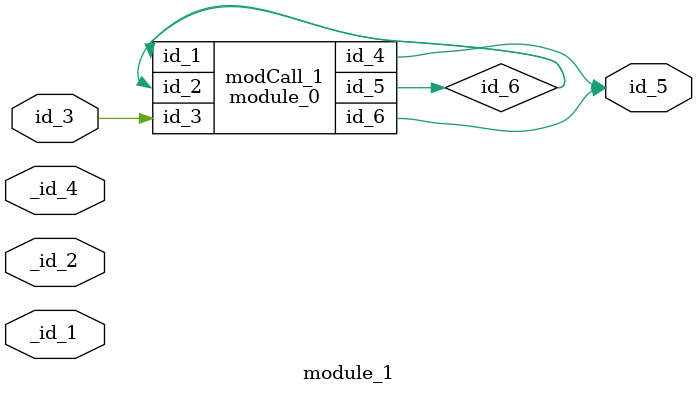
<source format=v>
module module_0 (
    id_1,
    id_2,
    id_3,
    id_4,
    id_5,
    id_6
);
  output wire id_6;
  inout wire id_5;
  output wire id_4;
  input wire id_3;
  input wire id_2;
  input wire id_1;
endmodule
module module_1 #(
    parameter id_1 = 32'd55,
    parameter id_2 = 32'd90,
    parameter id_4 = 32'd58
) (
    _id_1,
    _id_2,
    id_3,
    _id_4,
    id_5
);
  output wire id_5;
  input wire _id_4;
  input wire id_3;
  input wire _id_2;
  inout wire _id_1;
  wire [(  id_2  )  <=  (  1  *  id_1  +  id_4  ) : 1] id_6;
  module_0 modCall_1 (
      id_6,
      id_6,
      id_3,
      id_5,
      id_6,
      id_5
  );
endmodule

</source>
